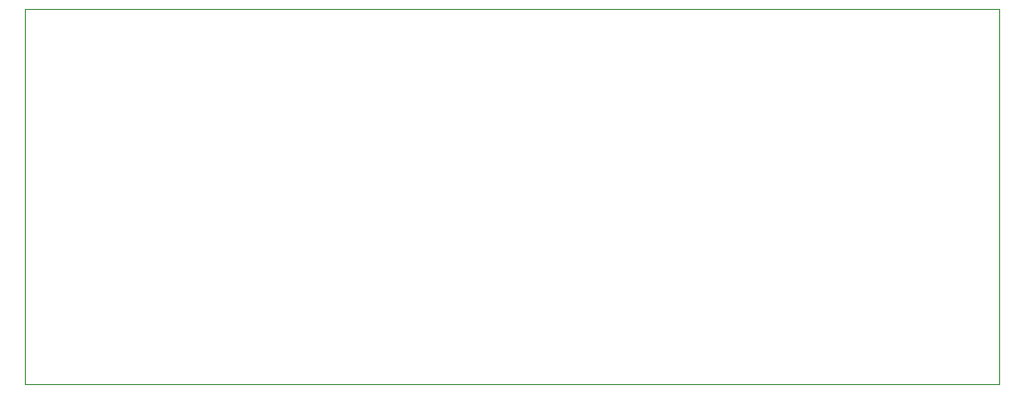
<source format=gbr>
%TF.GenerationSoftware,KiCad,Pcbnew,9.0.3*%
%TF.CreationDate,2025-07-27T16:15:48+02:00*%
%TF.ProjectId,Main Board,4d61696e-2042-46f6-9172-642e6b696361,rev?*%
%TF.SameCoordinates,Original*%
%TF.FileFunction,Profile,NP*%
%FSLAX46Y46*%
G04 Gerber Fmt 4.6, Leading zero omitted, Abs format (unit mm)*
G04 Created by KiCad (PCBNEW 9.0.3) date 2025-07-27 16:15:48*
%MOMM*%
%LPD*%
G01*
G04 APERTURE LIST*
%TA.AperFunction,Profile*%
%ADD10C,0.050000*%
%TD*%
G04 APERTURE END LIST*
D10*
X92000000Y-77500000D02*
X175000000Y-77500000D01*
X175000000Y-109500000D01*
X92000000Y-109500000D01*
X92000000Y-77500000D01*
M02*

</source>
